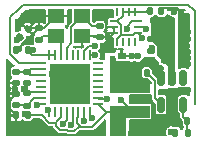
<source format=gbr>
%TF.GenerationSoftware,KiCad,Pcbnew,6.0.8*%
%TF.CreationDate,2022-11-02T10:42:08+03:00*%
%TF.ProjectId,esplog_hv,6573706c-6f67-45f6-9876-2e6b69636164,rev?*%
%TF.SameCoordinates,Original*%
%TF.FileFunction,Copper,L1,Top*%
%TF.FilePolarity,Positive*%
%FSLAX46Y46*%
G04 Gerber Fmt 4.6, Leading zero omitted, Abs format (unit mm)*
G04 Created by KiCad (PCBNEW 6.0.8) date 2022-11-02 10:42:08*
%MOMM*%
%LPD*%
G01*
G04 APERTURE LIST*
G04 Aperture macros list*
%AMRoundRect*
0 Rectangle with rounded corners*
0 $1 Rounding radius*
0 $2 $3 $4 $5 $6 $7 $8 $9 X,Y pos of 4 corners*
0 Add a 4 corners polygon primitive as box body*
4,1,4,$2,$3,$4,$5,$6,$7,$8,$9,$2,$3,0*
0 Add four circle primitives for the rounded corners*
1,1,$1+$1,$2,$3*
1,1,$1+$1,$4,$5*
1,1,$1+$1,$6,$7*
1,1,$1+$1,$8,$9*
0 Add four rect primitives between the rounded corners*
20,1,$1+$1,$2,$3,$4,$5,0*
20,1,$1+$1,$4,$5,$6,$7,0*
20,1,$1+$1,$6,$7,$8,$9,0*
20,1,$1+$1,$8,$9,$2,$3,0*%
G04 Aperture macros list end*
%TA.AperFunction,SMDPad,CuDef*%
%ADD10RoundRect,0.140000X-0.021213X0.219203X-0.219203X0.021213X0.021213X-0.219203X0.219203X-0.021213X0*%
%TD*%
%TA.AperFunction,SMDPad,CuDef*%
%ADD11RoundRect,0.140000X-0.170000X0.140000X-0.170000X-0.140000X0.170000X-0.140000X0.170000X0.140000X0*%
%TD*%
%TA.AperFunction,SMDPad,CuDef*%
%ADD12RoundRect,0.140000X0.170000X-0.140000X0.170000X0.140000X-0.170000X0.140000X-0.170000X-0.140000X0*%
%TD*%
%TA.AperFunction,SMDPad,CuDef*%
%ADD13RoundRect,0.135000X-0.135000X-0.185000X0.135000X-0.185000X0.135000X0.185000X-0.135000X0.185000X0*%
%TD*%
%TA.AperFunction,SMDPad,CuDef*%
%ADD14RoundRect,0.062500X-0.375000X-0.062500X0.375000X-0.062500X0.375000X0.062500X-0.375000X0.062500X0*%
%TD*%
%TA.AperFunction,SMDPad,CuDef*%
%ADD15RoundRect,0.062500X-0.062500X-0.375000X0.062500X-0.375000X0.062500X0.375000X-0.062500X0.375000X0*%
%TD*%
%TA.AperFunction,SMDPad,CuDef*%
%ADD16R,3.450000X3.450000*%
%TD*%
%TA.AperFunction,SMDPad,CuDef*%
%ADD17RoundRect,0.140000X-0.140000X-0.170000X0.140000X-0.170000X0.140000X0.170000X-0.140000X0.170000X0*%
%TD*%
%TA.AperFunction,SMDPad,CuDef*%
%ADD18RoundRect,0.140000X0.140000X0.170000X-0.140000X0.170000X-0.140000X-0.170000X0.140000X-0.170000X0*%
%TD*%
%TA.AperFunction,SMDPad,CuDef*%
%ADD19R,0.700000X0.600000*%
%TD*%
%TA.AperFunction,SMDPad,CuDef*%
%ADD20RoundRect,0.147500X0.172500X-0.147500X0.172500X0.147500X-0.172500X0.147500X-0.172500X-0.147500X0*%
%TD*%
%TA.AperFunction,SMDPad,CuDef*%
%ADD21RoundRect,0.150000X0.150000X-0.512500X0.150000X0.512500X-0.150000X0.512500X-0.150000X-0.512500X0*%
%TD*%
%TA.AperFunction,SMDPad,CuDef*%
%ADD22RoundRect,0.135000X0.185000X-0.135000X0.185000X0.135000X-0.185000X0.135000X-0.185000X-0.135000X0*%
%TD*%
%TA.AperFunction,SMDPad,CuDef*%
%ADD23RoundRect,0.225000X0.225000X0.250000X-0.225000X0.250000X-0.225000X-0.250000X0.225000X-0.250000X0*%
%TD*%
%TA.AperFunction,SMDPad,CuDef*%
%ADD24R,0.250000X0.675000*%
%TD*%
%TA.AperFunction,SMDPad,CuDef*%
%ADD25R,0.675000X0.250000*%
%TD*%
%TA.AperFunction,SMDPad,CuDef*%
%ADD26R,1.400000X1.200000*%
%TD*%
%TA.AperFunction,SMDPad,CuDef*%
%ADD27RoundRect,0.135000X-0.185000X0.135000X-0.185000X-0.135000X0.185000X-0.135000X0.185000X0.135000X0*%
%TD*%
%TA.AperFunction,SMDPad,CuDef*%
%ADD28R,3.400000X1.000000*%
%TD*%
%TA.AperFunction,ViaPad*%
%ADD29C,0.600000*%
%TD*%
%TA.AperFunction,Conductor*%
%ADD30C,0.200000*%
%TD*%
%TA.AperFunction,Conductor*%
%ADD31C,0.150000*%
%TD*%
G04 APERTURE END LIST*
D10*
%TO.P,C9,1*%
%TO.N,GND*%
X84727422Y-56090178D03*
%TO.P,C9,2*%
%TO.N,Net-(C9-Pad2)*%
X84048600Y-56769000D03*
%TD*%
D11*
%TO.P,C2,1*%
%TO.N,GND*%
X85699600Y-56037600D03*
%TO.P,C2,2*%
%TO.N,Net-(C2-Pad2)*%
X85699600Y-56997600D03*
%TD*%
D12*
%TO.P,C4,1*%
%TO.N,GND*%
X83769200Y-60655200D03*
%TO.P,C4,2*%
%TO.N,Net-(C4-Pad2)*%
X83769200Y-59695200D03*
%TD*%
D13*
%TO.P,R3,1*%
%TO.N,GND*%
X97250600Y-63855600D03*
%TO.P,R3,2*%
%TO.N,/FB*%
X98270600Y-63855600D03*
%TD*%
D14*
%TO.P,U1,1,LNA_IN*%
%TO.N,/ANT*%
X85852900Y-58956000D03*
%TO.P,U1,2,VDD3P3*%
%TO.N,Net-(C4-Pad2)*%
X85852900Y-59456000D03*
%TO.P,U1,3,VDD3P3*%
X85852900Y-59956000D03*
%TO.P,U1,4,XTAL_32K_P/ADC1_CH0*%
%TO.N,unconnected-(U1-Pad4)*%
X85852900Y-60456000D03*
%TO.P,U1,5,XTAL_32K_N/ADC1_CH1*%
%TO.N,unconnected-(U1-Pad5)*%
X85852900Y-60956000D03*
%TO.P,U1,6,GPIO2/ADC1_CH2*%
%TO.N,+3V3*%
X85852900Y-61456000D03*
%TO.P,U1,7,CHIP_EN*%
%TO.N,/CHIP_EN*%
X85852900Y-61956000D03*
%TO.P,U1,8,GPIO3/ADC1_CH3*%
%TO.N,/GP3*%
X85852900Y-62456000D03*
D15*
%TO.P,U1,9,MTMS/GPIO4/ADC1_CH4*%
%TO.N,/GP4*%
X86540400Y-63143500D03*
%TO.P,U1,10,MTDI/GPIO5/ADC2_CH0*%
%TO.N,unconnected-(U1-Pad10)*%
X87040400Y-63143500D03*
%TO.P,U1,11,VDD3P3_RTC*%
%TO.N,+3V3*%
X87540400Y-63143500D03*
%TO.P,U1,12,MTCK/GPIO6*%
%TO.N,/SDA*%
X88040400Y-63143500D03*
%TO.P,U1,13,MTDO/GPIO7*%
%TO.N,/SCL*%
X88540400Y-63143500D03*
%TO.P,U1,14,GPIO8*%
%TO.N,+3V3*%
X89040400Y-63143500D03*
%TO.P,U1,15,GPIO9/BOOT*%
%TO.N,Net-(TP8-Pad1)*%
X89540400Y-63143500D03*
%TO.P,U1,16,GPIO10*%
%TO.N,/LED*%
X90040400Y-63143500D03*
D14*
%TO.P,U1,17,VDD3P3_CPU*%
%TO.N,+3V3*%
X90727900Y-62456000D03*
%TO.P,U1,18,VDD_SPI/GPIO11*%
%TO.N,Net-(C9-Pad2)*%
X90727900Y-61956000D03*
%TO.P,U1,19,SPIHD/GPIO12*%
%TO.N,unconnected-(U1-Pad19)*%
X90727900Y-61456000D03*
%TO.P,U1,20,SPIWP/GPIO13*%
%TO.N,unconnected-(U1-Pad20)*%
X90727900Y-60956000D03*
%TO.P,U1,21,SPICS0/GPIO14*%
%TO.N,unconnected-(U1-Pad21)*%
X90727900Y-60456000D03*
%TO.P,U1,22,SPICLK/GPIO15*%
%TO.N,unconnected-(U1-Pad22)*%
X90727900Y-59956000D03*
%TO.P,U1,23,SPID/GPIO16*%
%TO.N,unconnected-(U1-Pad23)*%
X90727900Y-59456000D03*
%TO.P,U1,24,SPIQ/GPIO17*%
%TO.N,unconnected-(U1-Pad24)*%
X90727900Y-58956000D03*
D15*
%TO.P,U1,25,GPIO18/USB_D-*%
%TO.N,/D-*%
X90040400Y-58268500D03*
%TO.P,U1,26,GPIO19/USB_D+*%
%TO.N,/D+*%
X89540400Y-58268500D03*
%TO.P,U1,27,U0RXD/GPIO20*%
%TO.N,unconnected-(U1-Pad27)*%
X89040400Y-58268500D03*
%TO.P,U1,28,U0TXD/GPIO21*%
%TO.N,unconnected-(U1-Pad28)*%
X88540400Y-58268500D03*
%TO.P,U1,29,XTAL_N*%
%TO.N,Net-(C1-Pad2)*%
X88040400Y-58268500D03*
%TO.P,U1,30,XTAL_P*%
%TO.N,Net-(C2-Pad2)*%
X87540400Y-58268500D03*
%TO.P,U1,31,VDDA*%
%TO.N,+3V3*%
X87040400Y-58268500D03*
%TO.P,U1,32,VDDA*%
X86540400Y-58268500D03*
D16*
%TO.P,U1,33,GND*%
%TO.N,GND*%
X88290400Y-60706000D03*
%TD*%
D17*
%TO.P,C8,1*%
%TO.N,GND*%
X83774400Y-57861200D03*
%TO.P,C8,2*%
%TO.N,+3V3*%
X84734400Y-57861200D03*
%TD*%
%TO.P,C6,1*%
%TO.N,GND*%
X83774400Y-63398400D03*
%TO.P,C6,2*%
%TO.N,+3V3*%
X84734400Y-63398400D03*
%TD*%
D18*
%TO.P,C12,1*%
%TO.N,GND*%
X96032200Y-54584600D03*
%TO.P,C12,2*%
%TO.N,+3V3*%
X95072200Y-54584600D03*
%TD*%
D13*
%TO.P,R2,1*%
%TO.N,+3V3*%
X97252600Y-64846200D03*
%TO.P,R2,2*%
%TO.N,/FB*%
X98272600Y-64846200D03*
%TD*%
D19*
%TO.P,D1,1,K*%
%TO.N,Net-(C10-Pad2)*%
X92684600Y-59780400D03*
%TO.P,D1,2,A*%
%TO.N,GND*%
X92684600Y-58380400D03*
%TD*%
D20*
%TO.P,L1,1,1*%
%TO.N,+3V3*%
X84709000Y-60684000D03*
%TO.P,L1,2,2*%
%TO.N,Net-(C4-Pad2)*%
X84709000Y-59714000D03*
%TD*%
D21*
%TO.P,IC1,1,BST*%
%TO.N,Net-(C10-Pad1)*%
X96027800Y-62478500D03*
%TO.P,IC1,2,GND*%
%TO.N,GND*%
X96977800Y-62478500D03*
%TO.P,IC1,3,FB*%
%TO.N,/FB*%
X97927800Y-62478500D03*
%TO.P,IC1,4,EN*%
%TO.N,Net-(IC1-Pad4)*%
X97927800Y-60203500D03*
%TO.P,IC1,5,IN*%
%TO.N,VCC*%
X96977800Y-60203500D03*
%TO.P,IC1,6,SW*%
%TO.N,Net-(C10-Pad2)*%
X96027800Y-60203500D03*
%TD*%
D22*
%TO.P,R4,1*%
%TO.N,Net-(IC1-Pad4)*%
X95222600Y-57937400D03*
%TO.P,R4,2*%
%TO.N,VCC*%
X95222600Y-56917400D03*
%TD*%
D12*
%TO.P,C1,1*%
%TO.N,GND*%
X90830400Y-56763800D03*
%TO.P,C1,2*%
%TO.N,Net-(C1-Pad2)*%
X90830400Y-55803800D03*
%TD*%
D23*
%TO.P,C7,1*%
%TO.N,GND*%
X93901800Y-64541400D03*
%TO.P,C7,2*%
%TO.N,+3V3*%
X92351800Y-64541400D03*
%TD*%
%TO.P,C11,1*%
%TO.N,GND*%
X97969000Y-55600600D03*
%TO.P,C11,2*%
%TO.N,VCC*%
X96419000Y-55600600D03*
%TD*%
D24*
%TO.P,U2,1,SDO*%
%TO.N,+3V3*%
X93787950Y-54676300D03*
%TO.P,U2,2,ASDx*%
X93287950Y-54676300D03*
%TO.P,U2,3,ASCx*%
X92787950Y-54676300D03*
%TO.P,U2,4,INT1*%
%TO.N,unconnected-(U2-Pad4)*%
X92287950Y-54676300D03*
D25*
%TO.P,U2,5,VDDIO*%
%TO.N,+3V3*%
X92025450Y-55438800D03*
%TO.P,U2,6,GNDIO*%
%TO.N,GND*%
X92025450Y-55938800D03*
%TO.P,U2,7,GND*%
X92025450Y-56438800D03*
D24*
%TO.P,U2,8,VDD*%
%TO.N,+3V3*%
X92287950Y-57201300D03*
%TO.P,U2,9,INT2*%
%TO.N,unconnected-(U2-Pad9)*%
X92787950Y-57201300D03*
%TO.P,U2,10,OCSB*%
%TO.N,unconnected-(U2-Pad10)*%
X93287950Y-57201300D03*
%TO.P,U2,11,OSDO*%
%TO.N,unconnected-(U2-Pad11)*%
X93787950Y-57201300D03*
D25*
%TO.P,U2,12,CSB*%
%TO.N,+3V3*%
X94050450Y-56438800D03*
%TO.P,U2,13,SCx*%
%TO.N,/SCL*%
X94050450Y-55938800D03*
%TO.P,U2,14,SDx*%
%TO.N,/SDA*%
X94050450Y-55438800D03*
%TD*%
D23*
%TO.P,C14,1*%
%TO.N,GND*%
X97969000Y-57073800D03*
%TO.P,C14,2*%
%TO.N,VCC*%
X96419000Y-57073800D03*
%TD*%
D26*
%TO.P,Y1,1,1*%
%TO.N,Net-(C1-Pad2)*%
X89365000Y-54979200D03*
%TO.P,Y1,2,2*%
%TO.N,GND*%
X87165000Y-54979200D03*
%TO.P,Y1,3,3*%
%TO.N,Net-(C2-Pad2)*%
X87165000Y-56679200D03*
%TO.P,Y1,4,4*%
%TO.N,GND*%
X89365000Y-56679200D03*
%TD*%
D23*
%TO.P,C13,1*%
%TO.N,GND*%
X97969000Y-58547000D03*
%TO.P,C13,2*%
%TO.N,VCC*%
X96419000Y-58547000D03*
%TD*%
D11*
%TO.P,C3,1*%
%TO.N,GND*%
X83769200Y-61552000D03*
%TO.P,C3,2*%
%TO.N,/CHIP_EN*%
X83769200Y-62512000D03*
%TD*%
D27*
%TO.P,R1,1*%
%TO.N,+3V3*%
X84709000Y-61540800D03*
%TO.P,R1,2*%
%TO.N,/CHIP_EN*%
X84709000Y-62560800D03*
%TD*%
D28*
%TO.P,L2,1,1*%
%TO.N,Net-(C10-Pad2)*%
X93371000Y-60968200D03*
%TO.P,L2,2,2*%
%TO.N,+3V3*%
X93371000Y-63068200D03*
%TD*%
D18*
%TO.P,C10,1*%
%TO.N,Net-(C10-Pad1)*%
X94811000Y-59766200D03*
%TO.P,C10,2*%
%TO.N,Net-(C10-Pad2)*%
X93851000Y-59766200D03*
%TD*%
D29*
%TO.N,Net-(TP8-Pad1)*%
X89469856Y-63838677D03*
%TO.N,GND*%
X98323400Y-61264800D03*
X94792800Y-62026800D03*
X84251800Y-64643000D03*
X94234000Y-62026800D03*
X84029900Y-57741829D03*
X98298000Y-56921400D03*
X87165000Y-54979200D03*
X84785200Y-64643000D03*
X94081600Y-58394600D03*
X91536400Y-56763800D03*
X85318600Y-64643000D03*
X83947000Y-55473600D03*
X83642200Y-61137800D03*
X93548200Y-58394600D03*
X84404200Y-54991000D03*
X98323400Y-58521600D03*
X98298000Y-58013600D03*
X86826200Y-59852200D03*
X97104200Y-54610000D03*
X98298000Y-56337200D03*
X98221800Y-57480200D03*
X89255600Y-56946800D03*
X97713800Y-54610000D03*
X98323400Y-59080400D03*
X89418050Y-61833650D03*
X85090000Y-54838600D03*
X85877400Y-64643000D03*
X93700600Y-62001400D03*
%TO.N,+3V3*%
X92633800Y-62103000D03*
X84431912Y-61136507D03*
X94409149Y-56842549D03*
X85217000Y-57886600D03*
X92733400Y-64566800D03*
X96875600Y-64770000D03*
X84478900Y-63253480D03*
%TO.N,Net-(C9-Pad2)*%
X91414600Y-61976000D03*
X83820000Y-57048400D03*
%TO.N,/D-*%
X90424000Y-58293000D03*
%TO.N,/D+*%
X90415046Y-57519344D03*
%TO.N,/SCL*%
X94739525Y-56075900D03*
X88442224Y-64206014D03*
%TO.N,/SDA*%
X87706200Y-64084200D03*
X93109650Y-56117100D03*
%TO.N,/LED*%
X90170000Y-63652400D03*
%TO.N,VCC*%
X95834200Y-55372000D03*
X95834200Y-55880000D03*
%TO.N,/GP3*%
X85501228Y-62510328D03*
%TO.N,/GP4*%
X86490900Y-62928379D03*
%TO.N,Net-(IC1-Pad4)*%
X95224600Y-57658000D03*
X97927800Y-60203500D03*
%TD*%
D30*
%TO.N,Net-(TP8-Pad1)*%
X89540400Y-63768133D02*
X89469856Y-63838677D01*
X89540400Y-63143500D02*
X89540400Y-63768133D01*
%TO.N,Net-(C4-Pad2)*%
X84951000Y-59956000D02*
X84709000Y-59714000D01*
X84967000Y-59456000D02*
X84709000Y-59714000D01*
X85852900Y-59456000D02*
X84967000Y-59456000D01*
X83769200Y-59695200D02*
X84690200Y-59695200D01*
X85852900Y-59956000D02*
X84951000Y-59956000D01*
X84690200Y-59695200D02*
X84709000Y-59714000D01*
%TO.N,GND*%
X83769200Y-61010800D02*
X83642200Y-61137800D01*
X83769200Y-60655200D02*
X83769200Y-61010800D01*
X90830400Y-56763800D02*
X91536400Y-56763800D01*
X83774400Y-57861200D02*
X83876000Y-57861200D01*
X89365000Y-56679200D02*
X90745800Y-56679200D01*
X83876000Y-57861200D02*
X85699600Y-56037600D01*
X86106600Y-56037600D02*
X87165000Y-54979200D01*
X83774400Y-63398400D02*
X83234200Y-62858200D01*
X91700450Y-56763800D02*
X92025450Y-56438800D01*
X83234200Y-62858200D02*
X83234200Y-62087000D01*
X97969000Y-57073800D02*
X97969000Y-58547000D01*
D31*
X92684600Y-58380400D02*
X93534000Y-58380400D01*
X98044000Y-54940200D02*
X98044000Y-55525600D01*
D30*
X92025450Y-56438800D02*
X92025450Y-55938800D01*
X97969000Y-55600600D02*
X97969000Y-56336000D01*
D31*
X98044000Y-55525600D02*
X97969000Y-55600600D01*
D30*
X89365000Y-56679200D02*
X89365000Y-56837400D01*
D31*
X97459800Y-54356000D02*
X98044000Y-54940200D01*
D30*
X83234200Y-62087000D02*
X83769200Y-61552000D01*
D31*
X96037400Y-54330600D02*
X96901000Y-54330600D01*
D30*
X96977800Y-63582800D02*
X97250600Y-63855600D01*
X84780000Y-56037600D02*
X84727422Y-56090178D01*
X89365000Y-56837400D02*
X89255600Y-56946800D01*
D31*
X93472000Y-58369200D02*
X93929200Y-58369200D01*
D30*
X83769200Y-61552000D02*
X83769200Y-60655200D01*
D31*
X93534000Y-58380400D02*
X93548200Y-58394600D01*
D30*
X85699600Y-56037600D02*
X84780000Y-56037600D01*
X94587600Y-63855600D02*
X93901800Y-64541400D01*
X90745800Y-56679200D02*
X90830400Y-56763800D01*
X96977800Y-62478500D02*
X96977800Y-63582800D01*
X85699600Y-56037600D02*
X86106600Y-56037600D01*
D31*
X97434400Y-54330600D02*
X97459800Y-54356000D01*
D30*
X97969000Y-56336000D02*
X97969000Y-57073800D01*
D31*
X96901000Y-54330600D02*
X97434400Y-54330600D01*
D30*
X91536400Y-56763800D02*
X91700450Y-56763800D01*
X97250600Y-63855600D02*
X94587600Y-63855600D01*
D31*
%TO.N,+3V3*%
X87540400Y-63143500D02*
X87540400Y-63542893D01*
D30*
X88944856Y-64056140D02*
X88944856Y-63621214D01*
X94409149Y-56797499D02*
X94050450Y-56438800D01*
D31*
X93787950Y-54676300D02*
X94731700Y-54676300D01*
D30*
X97252600Y-64846200D02*
X96949800Y-64846200D01*
X93371000Y-62840200D02*
X92633800Y-62103000D01*
X89252393Y-64363677D02*
X88944856Y-64056140D01*
X93371000Y-63068200D02*
X93371000Y-62840200D01*
X91340100Y-63224763D02*
X90201186Y-64363677D01*
X88175473Y-64681726D02*
X88111347Y-64617600D01*
X91340100Y-63068200D02*
X91340100Y-63224763D01*
D31*
X94731700Y-54676300D02*
X95077400Y-54330600D01*
X93287950Y-54676300D02*
X93787950Y-54676300D01*
D30*
X87497137Y-64617600D02*
X87147400Y-64267863D01*
X85852900Y-61456000D02*
X84793800Y-61456000D01*
D31*
X92287950Y-56938800D02*
X92610150Y-56616600D01*
D30*
X89252393Y-64363677D02*
X89052323Y-64363677D01*
X84734400Y-57861200D02*
X85191600Y-57861200D01*
X85951214Y-63398400D02*
X86560814Y-64008000D01*
X85191600Y-57861200D02*
X85217000Y-57886600D01*
X92351800Y-64541400D02*
X92351800Y-64087400D01*
X88224761Y-64731014D02*
X88175473Y-64681726D01*
X84734400Y-63398400D02*
X85951214Y-63398400D01*
X84793800Y-61456000D02*
X84709000Y-61540800D01*
X92708000Y-64541400D02*
X92733400Y-64566800D01*
X90727900Y-62456000D02*
X91340100Y-63068200D01*
X92351800Y-64541400D02*
X92708000Y-64541400D01*
D31*
X87540400Y-63542893D02*
X87253093Y-63830200D01*
X93675200Y-56616600D02*
X93853000Y-56438800D01*
D30*
X85141700Y-58268500D02*
X84734400Y-57861200D01*
X91340100Y-63068200D02*
X93371000Y-63068200D01*
D31*
X93853000Y-56438800D02*
X94050450Y-56438800D01*
D30*
X87040400Y-58268500D02*
X86540400Y-58268500D01*
D31*
X92610150Y-55703950D02*
X92610150Y-56616600D01*
D30*
X88111347Y-64617600D02*
X87503000Y-64617600D01*
X86540400Y-58268500D02*
X85141700Y-58268500D01*
D31*
X92345000Y-55438800D02*
X92610150Y-55703950D01*
D30*
X86560814Y-64008000D02*
X87147400Y-64008000D01*
X87147400Y-64267863D02*
X87147400Y-64008000D01*
D31*
X92025450Y-55438800D02*
X92345000Y-55438800D01*
D30*
X90201186Y-64363677D02*
X89252393Y-64363677D01*
X89040400Y-63525670D02*
X89040400Y-63143500D01*
X88944856Y-63621214D02*
X89040400Y-63525670D01*
X87147400Y-64008000D02*
X87147400Y-63931800D01*
X84709000Y-61540800D02*
X84709000Y-60684000D01*
D31*
X92610150Y-56616600D02*
X93675200Y-56616600D01*
D30*
X94409149Y-56842549D02*
X94409149Y-56797499D01*
X92351800Y-64087400D02*
X93371000Y-63068200D01*
X88696800Y-64719200D02*
X88684986Y-64731014D01*
D31*
X92787950Y-54963850D02*
X92787950Y-54676300D01*
X92025450Y-55438800D02*
X92313000Y-55438800D01*
D30*
X88684986Y-64731014D02*
X88224761Y-64731014D01*
X87503000Y-64617600D02*
X87497137Y-64617600D01*
D31*
X92313000Y-55438800D02*
X92787950Y-54963850D01*
X92787950Y-54676300D02*
X93287950Y-54676300D01*
D30*
X89052323Y-64363677D02*
X88696800Y-64719200D01*
D31*
X92287950Y-57201300D02*
X92287950Y-56938800D01*
D30*
%TO.N,Net-(C9-Pad2)*%
X90747900Y-61976000D02*
X90727900Y-61956000D01*
X84048600Y-56769000D02*
X84048600Y-56819800D01*
X91414600Y-61976000D02*
X90747900Y-61976000D01*
X84048600Y-56819800D02*
X83820000Y-57048400D01*
%TO.N,/CHIP_EN*%
X85313800Y-61956000D02*
X84709000Y-62560800D01*
X83769200Y-62512000D02*
X84660200Y-62512000D01*
X84660200Y-62512000D02*
X84709000Y-62560800D01*
X85852900Y-61956000D02*
X85313800Y-61956000D01*
%TO.N,Net-(C1-Pad2)*%
X88040400Y-57704800D02*
X88040400Y-58268500D01*
X90830400Y-55803800D02*
X90189600Y-55803800D01*
X90189600Y-55803800D02*
X89365000Y-54979200D01*
X89365000Y-54979200D02*
X88440000Y-55904200D01*
X88440000Y-57305200D02*
X88040400Y-57704800D01*
X88440000Y-55904200D02*
X88440000Y-57305200D01*
%TO.N,/ANT*%
X98887800Y-55854600D02*
X98887800Y-60827400D01*
X98887800Y-60827400D02*
X98882200Y-60833000D01*
X98806000Y-54508400D02*
X98887800Y-54590200D01*
X84328000Y-54025800D02*
X91490800Y-54025800D01*
X91490800Y-54025800D02*
X96266000Y-54025800D01*
X85852900Y-58956000D02*
X84043012Y-58956000D01*
X83269400Y-58182388D02*
X83269400Y-55084400D01*
X96266000Y-54025800D02*
X98323400Y-54025800D01*
X98887800Y-54590200D02*
X98887800Y-55854600D01*
X84043012Y-58956000D02*
X83269400Y-58182388D01*
X98882200Y-60833000D02*
X98887800Y-60838600D01*
X98887800Y-61595000D02*
X98887800Y-62433200D01*
X98323400Y-54025800D02*
X98806000Y-54508400D01*
X98887800Y-60838600D02*
X98887800Y-61595000D01*
X83269400Y-55084400D02*
X83997800Y-54356000D01*
X83997800Y-54356000D02*
X84328000Y-54025800D01*
%TO.N,/D-*%
X90040400Y-58268500D02*
X90399500Y-58268500D01*
X90399500Y-58268500D02*
X90424000Y-58293000D01*
%TO.N,/D+*%
X89540400Y-58268500D02*
X89540400Y-57924414D01*
X89945470Y-57519344D02*
X90415046Y-57519344D01*
X89540400Y-57924414D02*
X89945470Y-57519344D01*
D31*
%TO.N,/SCL*%
X88540400Y-64107838D02*
X88442224Y-64206014D01*
X94602425Y-55938800D02*
X94739525Y-56075900D01*
X94050450Y-55938800D02*
X94602425Y-55938800D01*
X88540400Y-63143500D02*
X88540400Y-64107838D01*
%TO.N,/SDA*%
X93109650Y-55912150D02*
X93583000Y-55438800D01*
X93109650Y-56117100D02*
X93109650Y-55912150D01*
X88040400Y-63143500D02*
X88040400Y-63750000D01*
X93583000Y-55438800D02*
X94050450Y-55438800D01*
X88040400Y-63750000D02*
X87706200Y-64084200D01*
D30*
%TO.N,Net-(C2-Pad2)*%
X87540400Y-57054600D02*
X87540400Y-58268500D01*
X87165000Y-56679200D02*
X86018000Y-56679200D01*
X86018000Y-56679200D02*
X85699600Y-56997600D01*
X87165000Y-56679200D02*
X87540400Y-57054600D01*
%TO.N,Net-(C10-Pad1)*%
X95502800Y-60458000D02*
X94811000Y-59766200D01*
X95502800Y-61953500D02*
X95502800Y-60458000D01*
X96027800Y-62478500D02*
X95502800Y-61953500D01*
%TO.N,Net-(C10-Pad2)*%
X96027800Y-60156812D02*
X95102188Y-59231200D01*
X95102188Y-59231200D02*
X94386000Y-59231200D01*
X96027800Y-60203500D02*
X96027800Y-60156812D01*
X92631800Y-60229000D02*
X93371000Y-60968200D01*
X93851000Y-59766200D02*
X92705000Y-59766200D01*
X92631800Y-59693000D02*
X92631800Y-60229000D01*
X94386000Y-59231200D02*
X93851000Y-59766200D01*
X92705000Y-59766200D02*
X92631800Y-59693000D01*
%TO.N,/FB*%
X97927800Y-63512800D02*
X98270600Y-63855600D01*
X97927800Y-62478500D02*
X97927800Y-63512800D01*
X98270600Y-63855600D02*
X98270600Y-64844200D01*
X98270600Y-64844200D02*
X98272600Y-64846200D01*
%TO.N,VCC*%
X96113600Y-55600600D02*
X95834200Y-55880000D01*
X96419000Y-55600600D02*
X96113600Y-55600600D01*
X96419000Y-55600600D02*
X96062800Y-55600600D01*
X96977800Y-59105800D02*
X96977800Y-60203500D01*
X96419000Y-55600600D02*
X96419000Y-57073800D01*
X96419000Y-58547000D02*
X96977800Y-59105800D01*
X96419000Y-58547000D02*
X96419000Y-57073800D01*
X96062800Y-55600600D02*
X95834200Y-55372000D01*
%TO.N,/GP3*%
X85555556Y-62456000D02*
X85501228Y-62510328D01*
X85852900Y-62456000D02*
X85555556Y-62456000D01*
%TO.N,/GP4*%
X86540400Y-63143500D02*
X86540400Y-62977879D01*
X86540400Y-62977879D02*
X86490900Y-62928379D01*
%TO.N,Net-(IC1-Pad4)*%
X95222600Y-57937400D02*
X95222600Y-57660000D01*
X95222600Y-57660000D02*
X95224600Y-57658000D01*
%TD*%
%TA.AperFunction,Conductor*%
%TO.N,GND*%
G36*
X83067425Y-58597013D02*
G01*
X83616533Y-59092549D01*
X83647066Y-59145572D01*
X83640602Y-59206414D01*
X83599610Y-59251838D01*
X83556635Y-59264700D01*
X83556042Y-59264700D01*
X83553135Y-59265046D01*
X83553133Y-59265046D01*
X83538087Y-59266836D01*
X83538085Y-59266837D01*
X83530711Y-59267714D01*
X83431809Y-59311644D01*
X83425354Y-59318110D01*
X83425353Y-59318111D01*
X83361808Y-59381767D01*
X83361807Y-59381769D01*
X83355353Y-59388234D01*
X83351659Y-59396589D01*
X83351658Y-59396591D01*
X83337227Y-59429234D01*
X83311595Y-59487213D01*
X83308700Y-59512042D01*
X83308700Y-59878358D01*
X83311714Y-59903689D01*
X83355644Y-60002591D01*
X83427223Y-60074045D01*
X83455047Y-60128535D01*
X83445529Y-60188975D01*
X83414062Y-60225206D01*
X83395051Y-60238517D01*
X83322515Y-60311053D01*
X83312731Y-60325026D01*
X83268922Y-60418975D01*
X83264730Y-60433357D01*
X83259623Y-60472147D01*
X83259200Y-60478601D01*
X83259200Y-60539520D01*
X83263322Y-60552205D01*
X83267443Y-60555200D01*
X83770200Y-60555200D01*
X83828391Y-60574107D01*
X83864355Y-60623607D01*
X83869200Y-60654200D01*
X83869200Y-61553000D01*
X83850293Y-61611191D01*
X83800793Y-61647155D01*
X83770200Y-61652000D01*
X83274880Y-61652000D01*
X83262195Y-61656122D01*
X83259200Y-61660243D01*
X83259200Y-61728599D01*
X83259623Y-61735053D01*
X83264730Y-61773843D01*
X83268922Y-61788225D01*
X83312731Y-61882174D01*
X83322515Y-61896147D01*
X83395050Y-61968682D01*
X83413992Y-61981944D01*
X83450816Y-62030808D01*
X83451886Y-62091984D01*
X83427276Y-62132985D01*
X83361808Y-62198567D01*
X83361807Y-62198569D01*
X83355353Y-62205034D01*
X83351659Y-62213389D01*
X83351658Y-62213391D01*
X83339923Y-62239935D01*
X83311595Y-62304013D01*
X83308700Y-62328842D01*
X83308700Y-62695158D01*
X83311714Y-62720489D01*
X83355644Y-62819391D01*
X83377818Y-62841526D01*
X83389075Y-62852764D01*
X83416900Y-62907256D01*
X83407381Y-62967696D01*
X83389136Y-62992832D01*
X83357715Y-63024253D01*
X83347931Y-63038226D01*
X83304122Y-63132175D01*
X83299930Y-63146557D01*
X83294823Y-63185347D01*
X83294400Y-63191801D01*
X83294400Y-63282720D01*
X83298522Y-63295405D01*
X83302643Y-63298400D01*
X83775400Y-63298400D01*
X83833591Y-63317307D01*
X83869555Y-63366807D01*
X83874400Y-63397400D01*
X83874400Y-63892720D01*
X83878522Y-63905405D01*
X83882643Y-63908400D01*
X83950999Y-63908400D01*
X83957453Y-63907977D01*
X83996243Y-63902870D01*
X84010625Y-63898678D01*
X84104574Y-63854869D01*
X84118547Y-63845085D01*
X84191082Y-63772550D01*
X84204344Y-63753608D01*
X84253208Y-63716784D01*
X84314384Y-63715714D01*
X84355385Y-63740324D01*
X84420967Y-63805792D01*
X84420969Y-63805793D01*
X84427434Y-63812247D01*
X84435789Y-63815941D01*
X84435791Y-63815942D01*
X84455430Y-63824624D01*
X84526413Y-63856005D01*
X84551242Y-63858900D01*
X84917558Y-63858900D01*
X84920463Y-63858554D01*
X84920469Y-63858554D01*
X84935513Y-63856764D01*
X84935515Y-63856763D01*
X84942889Y-63855886D01*
X85041791Y-63811956D01*
X85048247Y-63805489D01*
X85111792Y-63741833D01*
X85111793Y-63741831D01*
X85118247Y-63735366D01*
X85124903Y-63720312D01*
X85130403Y-63707870D01*
X85171225Y-63662293D01*
X85220949Y-63648900D01*
X85806446Y-63648900D01*
X85864637Y-63667807D01*
X85876450Y-63677897D01*
X86359343Y-64160791D01*
X86371655Y-64175793D01*
X86380213Y-64188601D01*
X86401130Y-64202577D01*
X86401131Y-64202578D01*
X86463074Y-64243966D01*
X86560814Y-64263409D01*
X86570376Y-64261507D01*
X86570382Y-64261507D01*
X86575930Y-64260403D01*
X86595245Y-64258500D01*
X86808882Y-64258500D01*
X86867073Y-64277407D01*
X86903037Y-64326907D01*
X86905980Y-64338185D01*
X86911434Y-64365604D01*
X86916853Y-64373714D01*
X86922145Y-64381634D01*
X86949008Y-64421837D01*
X86966799Y-64448464D01*
X86974908Y-64453882D01*
X86974909Y-64453883D01*
X86979613Y-64457026D01*
X86994616Y-64469339D01*
X87295665Y-64770389D01*
X87307975Y-64785388D01*
X87316536Y-64798201D01*
X87337453Y-64812177D01*
X87337454Y-64812178D01*
X87399397Y-64853566D01*
X87497137Y-64873009D01*
X87506699Y-64871107D01*
X87506705Y-64871107D01*
X87512253Y-64870003D01*
X87531568Y-64868100D01*
X87962328Y-64868100D01*
X88020519Y-64887007D01*
X88032332Y-64897096D01*
X88038741Y-64903505D01*
X88044160Y-64911615D01*
X88065077Y-64925591D01*
X88065078Y-64925592D01*
X88127021Y-64966980D01*
X88136587Y-64968883D01*
X88211590Y-64983803D01*
X88223143Y-64990273D01*
X88237933Y-64983803D01*
X88239873Y-64983417D01*
X88259192Y-64981514D01*
X88650560Y-64981514D01*
X88669879Y-64983417D01*
X88671819Y-64983803D01*
X88683368Y-64990271D01*
X88698158Y-64983802D01*
X88773162Y-64968883D01*
X88773164Y-64968882D01*
X88782727Y-64966980D01*
X88790838Y-64961561D01*
X88790839Y-64961560D01*
X88820200Y-64941942D01*
X88857475Y-64917036D01*
X88857478Y-64917033D01*
X88865587Y-64911615D01*
X88874146Y-64898805D01*
X88886456Y-64883805D01*
X88891378Y-64878883D01*
X88891380Y-64878880D01*
X89127087Y-64643173D01*
X89181604Y-64615396D01*
X89197091Y-64614177D01*
X89217967Y-64614177D01*
X89237281Y-64616079D01*
X89252393Y-64619085D01*
X89267505Y-64616079D01*
X89286819Y-64614177D01*
X90166760Y-64614177D01*
X90186074Y-64616079D01*
X90201186Y-64619085D01*
X90210748Y-64617183D01*
X90289362Y-64601546D01*
X90289364Y-64601545D01*
X90298927Y-64599643D01*
X90331437Y-64577920D01*
X90381787Y-64544278D01*
X90390347Y-64531467D01*
X90402659Y-64516464D01*
X91164153Y-63754971D01*
X91218670Y-63727194D01*
X91279102Y-63736765D01*
X91322367Y-63780030D01*
X91333156Y-63824624D01*
X91333452Y-63907977D01*
X91337266Y-64983417D01*
X91337610Y-65080549D01*
X91318910Y-65138806D01*
X91269537Y-65174946D01*
X91238611Y-65179900D01*
X88717472Y-65179900D01*
X88691284Y-65171391D01*
X88652500Y-65179900D01*
X88257252Y-65179900D01*
X88231062Y-65171390D01*
X88192275Y-65179900D01*
X83001100Y-65179900D01*
X82942909Y-65160993D01*
X82906945Y-65111493D01*
X82902100Y-65080900D01*
X82902100Y-63604999D01*
X83294400Y-63604999D01*
X83294823Y-63611453D01*
X83299930Y-63650243D01*
X83304122Y-63664625D01*
X83347931Y-63758574D01*
X83357715Y-63772547D01*
X83430253Y-63845085D01*
X83444226Y-63854869D01*
X83538175Y-63898678D01*
X83552557Y-63902870D01*
X83591347Y-63907977D01*
X83597801Y-63908400D01*
X83658720Y-63908400D01*
X83671405Y-63904278D01*
X83674400Y-63900157D01*
X83674400Y-63514080D01*
X83670278Y-63501395D01*
X83666157Y-63498400D01*
X83310080Y-63498400D01*
X83297395Y-63502522D01*
X83294400Y-63506643D01*
X83294400Y-63604999D01*
X82902100Y-63604999D01*
X82902100Y-61436320D01*
X83259200Y-61436320D01*
X83263322Y-61449005D01*
X83267443Y-61452000D01*
X83653520Y-61452000D01*
X83666205Y-61447878D01*
X83669200Y-61443757D01*
X83669200Y-60770880D01*
X83665078Y-60758195D01*
X83660957Y-60755200D01*
X83274880Y-60755200D01*
X83262195Y-60759322D01*
X83259200Y-60763443D01*
X83259200Y-60831799D01*
X83259623Y-60838253D01*
X83264730Y-60877043D01*
X83268922Y-60891425D01*
X83312731Y-60985374D01*
X83322515Y-60999347D01*
X83356764Y-61033596D01*
X83384541Y-61088113D01*
X83374970Y-61148545D01*
X83356764Y-61173604D01*
X83322515Y-61207853D01*
X83312731Y-61221826D01*
X83268922Y-61315775D01*
X83264730Y-61330157D01*
X83259623Y-61368947D01*
X83259200Y-61375401D01*
X83259200Y-61436320D01*
X82902100Y-61436320D01*
X82902100Y-58670511D01*
X82921007Y-58612320D01*
X82970507Y-58576356D01*
X83031693Y-58576356D01*
X83067425Y-58597013D01*
G37*
%TD.AperFunction*%
%TA.AperFunction,Conductor*%
G36*
X90284270Y-56598107D02*
G01*
X90320231Y-56647600D01*
X90320881Y-56649600D01*
X90320883Y-56676080D01*
X90358671Y-56663800D01*
X91324720Y-56663800D01*
X91337406Y-56659678D01*
X91344590Y-56649790D01*
X91394090Y-56613826D01*
X91455275Y-56613825D01*
X91506998Y-56652978D01*
X91538338Y-56699881D01*
X91551868Y-56713411D01*
X91601808Y-56746779D01*
X91619476Y-56754098D01*
X91663488Y-56762852D01*
X91673110Y-56763800D01*
X91913450Y-56763800D01*
X91971641Y-56782707D01*
X92007605Y-56832207D01*
X92012450Y-56862800D01*
X92012450Y-57553620D01*
X92021183Y-57597522D01*
X92054446Y-57647304D01*
X92062556Y-57652723D01*
X92062582Y-57652740D01*
X92104228Y-57680567D01*
X92113788Y-57682469D01*
X92113789Y-57682469D01*
X92143367Y-57688353D01*
X92143372Y-57688353D01*
X92148130Y-57689300D01*
X92270461Y-57689300D01*
X92328652Y-57708207D01*
X92364616Y-57757707D01*
X92364616Y-57818893D01*
X92328652Y-57868393D01*
X92289775Y-57885398D01*
X92266126Y-57890102D01*
X92248458Y-57897421D01*
X92198518Y-57930789D01*
X92184989Y-57944318D01*
X92151621Y-57994258D01*
X92144302Y-58011926D01*
X92134600Y-58060702D01*
X92132122Y-58060209D01*
X92111448Y-58107402D01*
X92058643Y-58138312D01*
X92037481Y-58140600D01*
X91313000Y-58140600D01*
X91314619Y-58597014D01*
X91314628Y-58599678D01*
X91295928Y-58657935D01*
X91246555Y-58694075D01*
X91188139Y-58694281D01*
X91186009Y-58692858D01*
X91123880Y-58680500D01*
X90894860Y-58680500D01*
X90836669Y-58661593D01*
X90800705Y-58612093D01*
X90800705Y-58550907D01*
X90805766Y-58538334D01*
X90812756Y-58523908D01*
X90857588Y-58431375D01*
X90875962Y-58322162D01*
X90878363Y-58307891D01*
X90878364Y-58307885D01*
X90878997Y-58304120D01*
X90879133Y-58293000D01*
X90860839Y-58165259D01*
X90813300Y-58060702D01*
X90810349Y-58054212D01*
X90810348Y-58054211D01*
X90807428Y-58047788D01*
X90736231Y-57965159D01*
X90712570Y-57908735D01*
X90726594Y-57849179D01*
X90737833Y-57834100D01*
X90750639Y-57819953D01*
X90792368Y-57773851D01*
X90834102Y-57687713D01*
X90845558Y-57664068D01*
X90845558Y-57664067D01*
X90848634Y-57657719D01*
X90865346Y-57558383D01*
X90869409Y-57534235D01*
X90869409Y-57534230D01*
X90870043Y-57530464D01*
X90870179Y-57519344D01*
X90851885Y-57391603D01*
X90848327Y-57383777D01*
X90848183Y-57382507D01*
X90846986Y-57378413D01*
X90847697Y-57378205D01*
X90841452Y-57322981D01*
X90871626Y-57269753D01*
X90927324Y-57244427D01*
X90938448Y-57243800D01*
X91036999Y-57243800D01*
X91043453Y-57243377D01*
X91082243Y-57238270D01*
X91096625Y-57234078D01*
X91190574Y-57190269D01*
X91204547Y-57180485D01*
X91277085Y-57107947D01*
X91286869Y-57093974D01*
X91330678Y-57000025D01*
X91334870Y-56985643D01*
X91339977Y-56946853D01*
X91340400Y-56940399D01*
X91340400Y-56879480D01*
X91336278Y-56866795D01*
X91332157Y-56863800D01*
X90359321Y-56863800D01*
X90301130Y-56844893D01*
X90265169Y-56795400D01*
X90264519Y-56793400D01*
X90264517Y-56766920D01*
X90226729Y-56779200D01*
X89480680Y-56779200D01*
X89467995Y-56783322D01*
X89465000Y-56787443D01*
X89465000Y-57463520D01*
X89469122Y-57476206D01*
X89471042Y-57477601D01*
X89507006Y-57527101D01*
X89507007Y-57588286D01*
X89482856Y-57627698D01*
X89444301Y-57666253D01*
X89412182Y-57687713D01*
X89404352Y-57690956D01*
X89394791Y-57692858D01*
X89371820Y-57708207D01*
X89345401Y-57725859D01*
X89286513Y-57742467D01*
X89235399Y-57725859D01*
X89194116Y-57698275D01*
X89186009Y-57692858D01*
X89123880Y-57680500D01*
X88956920Y-57680500D01*
X88894791Y-57692858D01*
X88886684Y-57698275D01*
X88845401Y-57725859D01*
X88786513Y-57742467D01*
X88735399Y-57725859D01*
X88694116Y-57698275D01*
X88686009Y-57692858D01*
X88634616Y-57682636D01*
X88581233Y-57652740D01*
X88555616Y-57597175D01*
X88567552Y-57537166D01*
X88583923Y-57515538D01*
X88591266Y-57508195D01*
X88645781Y-57480419D01*
X88661268Y-57479200D01*
X89249320Y-57479200D01*
X89262005Y-57475078D01*
X89265000Y-57470957D01*
X89265000Y-56678200D01*
X89283907Y-56620009D01*
X89333407Y-56584045D01*
X89364000Y-56579200D01*
X90226079Y-56579200D01*
X90284270Y-56598107D01*
G37*
%TD.AperFunction*%
%TA.AperFunction,Conductor*%
G36*
X92592951Y-57673032D02*
G01*
X92604228Y-57680567D01*
X92613788Y-57682469D01*
X92613789Y-57682469D01*
X92643367Y-57688353D01*
X92643372Y-57688353D01*
X92648130Y-57689300D01*
X92763364Y-57689300D01*
X92821555Y-57708207D01*
X92857519Y-57757707D01*
X92857519Y-57818893D01*
X92821555Y-57868393D01*
X92793956Y-57882455D01*
X92787594Y-57884522D01*
X92784600Y-57888643D01*
X92784600Y-58140600D01*
X92584600Y-58140600D01*
X92584600Y-57896080D01*
X92580478Y-57883395D01*
X92576357Y-57880400D01*
X92472211Y-57880400D01*
X92414020Y-57861493D01*
X92378056Y-57811993D01*
X92378056Y-57750807D01*
X92414020Y-57701307D01*
X92452896Y-57684302D01*
X92462111Y-57682469D01*
X92462112Y-57682469D01*
X92471672Y-57680567D01*
X92482949Y-57673032D01*
X92541837Y-57656424D01*
X92592951Y-57673032D01*
G37*
%TD.AperFunction*%
%TA.AperFunction,Conductor*%
G36*
X88473237Y-54428836D02*
G01*
X88509480Y-54478132D01*
X88514500Y-54509256D01*
X88514500Y-55434432D01*
X88495593Y-55492623D01*
X88485504Y-55504436D01*
X88287213Y-55702727D01*
X88272210Y-55715039D01*
X88271847Y-55715282D01*
X88259399Y-55723599D01*
X88253980Y-55731709D01*
X88225637Y-55774128D01*
X88215475Y-55789337D01*
X88204034Y-55806459D01*
X88184592Y-55904200D01*
X88186494Y-55913762D01*
X88187598Y-55919312D01*
X88189500Y-55938626D01*
X88189500Y-55968898D01*
X88170593Y-56027089D01*
X88121093Y-56063053D01*
X88059907Y-56063053D01*
X88010407Y-56027089D01*
X88006801Y-56020650D01*
X88006767Y-56020478D01*
X87991472Y-55997587D01*
X87978923Y-55978806D01*
X87973504Y-55970696D01*
X87965394Y-55965277D01*
X87926304Y-55939158D01*
X87888424Y-55891108D01*
X87886022Y-55829969D01*
X87920015Y-55779096D01*
X87943422Y-55765377D01*
X87951143Y-55762179D01*
X88001082Y-55728811D01*
X88014611Y-55715282D01*
X88047979Y-55665342D01*
X88055298Y-55647674D01*
X88064052Y-55603662D01*
X88065000Y-55594040D01*
X88065000Y-55094880D01*
X88060878Y-55082195D01*
X88056757Y-55079200D01*
X86280680Y-55079200D01*
X86267995Y-55083322D01*
X86265000Y-55087443D01*
X86265000Y-55573160D01*
X86246093Y-55631351D01*
X86196593Y-55667315D01*
X86135407Y-55667315D01*
X86095996Y-55643164D01*
X86073747Y-55620915D01*
X86059774Y-55611131D01*
X85965825Y-55567322D01*
X85951443Y-55563130D01*
X85912653Y-55558023D01*
X85906199Y-55557600D01*
X85815280Y-55557600D01*
X85802595Y-55561722D01*
X85799600Y-55565843D01*
X85799600Y-56038600D01*
X85780693Y-56096791D01*
X85731193Y-56132755D01*
X85700600Y-56137600D01*
X85698600Y-56137600D01*
X85640409Y-56118693D01*
X85604445Y-56069193D01*
X85599600Y-56038600D01*
X85599600Y-55573280D01*
X85595478Y-55560595D01*
X85591357Y-55557600D01*
X85493001Y-55557600D01*
X85486547Y-55558023D01*
X85447757Y-55563130D01*
X85433375Y-55567322D01*
X85339426Y-55611131D01*
X85325453Y-55620915D01*
X85252915Y-55693453D01*
X85243131Y-55707426D01*
X85213904Y-55770104D01*
X85172176Y-55814852D01*
X85139667Y-55826046D01*
X85131716Y-55827305D01*
X84879929Y-56079092D01*
X84873875Y-56090975D01*
X84874671Y-56096006D01*
X85147671Y-56369006D01*
X85159554Y-56375061D01*
X85184556Y-56371101D01*
X85244988Y-56380673D01*
X85270046Y-56398878D01*
X85325450Y-56454282D01*
X85344392Y-56467544D01*
X85381216Y-56516408D01*
X85382286Y-56577584D01*
X85357676Y-56618585D01*
X85292208Y-56684167D01*
X85292207Y-56684169D01*
X85285753Y-56690634D01*
X85282059Y-56698989D01*
X85282058Y-56698991D01*
X85271798Y-56722200D01*
X85241995Y-56789613D01*
X85239100Y-56814442D01*
X85239100Y-57180758D01*
X85239446Y-57183663D01*
X85239446Y-57183669D01*
X85240324Y-57191043D01*
X85242114Y-57206089D01*
X85281248Y-57294192D01*
X85282367Y-57296712D01*
X85288710Y-57357568D01*
X85258071Y-57410529D01*
X85202153Y-57435367D01*
X85191287Y-57435898D01*
X85162283Y-57435721D01*
X85155231Y-57435678D01*
X85148455Y-57437615D01*
X85148452Y-57437615D01*
X85104492Y-57450179D01*
X85043345Y-57447990D01*
X85037257Y-57445536D01*
X84968017Y-57414926D01*
X84942387Y-57403595D01*
X84917558Y-57400700D01*
X84551242Y-57400700D01*
X84548337Y-57401046D01*
X84548331Y-57401046D01*
X84533287Y-57402836D01*
X84533285Y-57402837D01*
X84525911Y-57403714D01*
X84427009Y-57447644D01*
X84420554Y-57454110D01*
X84420553Y-57454111D01*
X84411161Y-57463520D01*
X84355555Y-57519223D01*
X84301065Y-57547047D01*
X84240625Y-57537529D01*
X84204394Y-57506062D01*
X84191083Y-57487051D01*
X84173475Y-57469443D01*
X84145698Y-57414926D01*
X84155269Y-57354494D01*
X84170081Y-57333003D01*
X84192590Y-57308135D01*
X84192590Y-57308134D01*
X84197322Y-57302907D01*
X84200567Y-57296210D01*
X84220107Y-57255881D01*
X84243205Y-57225326D01*
X84244710Y-57224135D01*
X84503735Y-56965110D01*
X84519515Y-56945067D01*
X84558387Y-56844070D01*
X84558298Y-56742933D01*
X84577154Y-56684727D01*
X84626622Y-56648719D01*
X84674489Y-56645351D01*
X84697345Y-56649381D01*
X84799927Y-56649381D01*
X84816723Y-56646420D01*
X84914144Y-56610961D01*
X84927266Y-56603762D01*
X84958315Y-56579937D01*
X84963161Y-56575688D01*
X85006250Y-56532599D01*
X85012304Y-56520716D01*
X85011508Y-56515685D01*
X84307173Y-55811350D01*
X84295290Y-55805296D01*
X84290259Y-55806092D01*
X84241912Y-55854439D01*
X84237663Y-55859285D01*
X84213838Y-55890334D01*
X84206639Y-55903456D01*
X84171180Y-56000877D01*
X84168219Y-56017673D01*
X84168219Y-56120257D01*
X84172234Y-56143030D01*
X84163718Y-56203619D01*
X84121214Y-56247632D01*
X84074826Y-56259219D01*
X83973024Y-56259308D01*
X83964503Y-56262604D01*
X83964500Y-56262605D01*
X83879038Y-56295668D01*
X83879037Y-56295669D01*
X83872093Y-56298355D01*
X83866255Y-56302974D01*
X83854734Y-56312089D01*
X83854729Y-56312094D01*
X83852490Y-56313865D01*
X83850468Y-56315887D01*
X83849921Y-56316374D01*
X83793885Y-56340943D01*
X83734110Y-56327882D01*
X83693428Y-56282181D01*
X83685102Y-56241375D01*
X83685178Y-56234300D01*
X83691291Y-55659640D01*
X84442540Y-55659640D01*
X84443336Y-55664671D01*
X84716336Y-55937671D01*
X84728219Y-55943725D01*
X84733250Y-55942929D01*
X84985037Y-55691142D01*
X84991091Y-55679259D01*
X84990295Y-55674228D01*
X84920742Y-55604675D01*
X84915882Y-55600414D01*
X84884840Y-55576594D01*
X84871715Y-55569394D01*
X84774296Y-55533936D01*
X84757500Y-55530975D01*
X84654917Y-55530975D01*
X84638121Y-55533936D01*
X84540700Y-55569395D01*
X84527578Y-55576594D01*
X84496529Y-55600419D01*
X84491683Y-55604668D01*
X84448594Y-55647757D01*
X84442540Y-55659640D01*
X83691291Y-55659640D01*
X83692642Y-55532651D01*
X83713790Y-55472540D01*
X83743733Y-55434431D01*
X84501686Y-54469763D01*
X84552504Y-54435689D01*
X84578971Y-54431930D01*
X85098494Y-54428995D01*
X86165441Y-54422967D01*
X86223737Y-54441545D01*
X86259980Y-54490841D01*
X86265000Y-54521965D01*
X86265000Y-54863520D01*
X86269122Y-54876205D01*
X86273243Y-54879200D01*
X88049320Y-54879200D01*
X88062005Y-54875078D01*
X88065000Y-54870957D01*
X88065000Y-54510677D01*
X88083907Y-54452486D01*
X88133407Y-54416522D01*
X88163441Y-54411679D01*
X88414941Y-54410258D01*
X88473237Y-54428836D01*
G37*
%TD.AperFunction*%
%TA.AperFunction,Conductor*%
G36*
X91971187Y-54409073D02*
G01*
X92007430Y-54458369D01*
X92012450Y-54489493D01*
X92012450Y-55028620D01*
X92013398Y-55033384D01*
X92013398Y-55033387D01*
X92015705Y-55044987D01*
X92008513Y-55105748D01*
X91966979Y-55150678D01*
X91918607Y-55163300D01*
X91673130Y-55163300D01*
X91668372Y-55164247D01*
X91668367Y-55164247D01*
X91638789Y-55170131D01*
X91638788Y-55170131D01*
X91629228Y-55172033D01*
X91579446Y-55205296D01*
X91574027Y-55213406D01*
X91556983Y-55238915D01*
X91546183Y-55255078D01*
X91544281Y-55264638D01*
X91544281Y-55264639D01*
X91538462Y-55293893D01*
X91537450Y-55298980D01*
X91537450Y-55578620D01*
X91538397Y-55583379D01*
X91538397Y-55583382D01*
X91539479Y-55588820D01*
X91544192Y-55612510D01*
X91544844Y-55615790D01*
X91537653Y-55676551D01*
X91530061Y-55690107D01*
X91504971Y-55727656D01*
X91497652Y-55745326D01*
X91488898Y-55789337D01*
X91488423Y-55794158D01*
X91482410Y-55807904D01*
X91484055Y-55811132D01*
X91492072Y-55835805D01*
X91496193Y-55838800D01*
X92026450Y-55838800D01*
X92084641Y-55857707D01*
X92120605Y-55907207D01*
X92125450Y-55937800D01*
X92125450Y-56439800D01*
X92106543Y-56497991D01*
X92057043Y-56533955D01*
X92026450Y-56538800D01*
X91503630Y-56538800D01*
X91481994Y-56545830D01*
X91446975Y-56571272D01*
X91385789Y-56571271D01*
X91336290Y-56535307D01*
X91326659Y-56518957D01*
X91286867Y-56433624D01*
X91277085Y-56419653D01*
X91204550Y-56347118D01*
X91185608Y-56333856D01*
X91177517Y-56323120D01*
X91487950Y-56323120D01*
X91492072Y-56335805D01*
X91496193Y-56338800D01*
X91909770Y-56338800D01*
X91922455Y-56334678D01*
X91925450Y-56330557D01*
X91925450Y-56054480D01*
X91921328Y-56041795D01*
X91917207Y-56038800D01*
X91503630Y-56038800D01*
X91490945Y-56042922D01*
X91487950Y-56047043D01*
X91487950Y-56078640D01*
X91488898Y-56088262D01*
X91497652Y-56132274D01*
X91505373Y-56150914D01*
X91510174Y-56211911D01*
X91505373Y-56226686D01*
X91497652Y-56245326D01*
X91488898Y-56289338D01*
X91487950Y-56298960D01*
X91487950Y-56323120D01*
X91177517Y-56323120D01*
X91148784Y-56284992D01*
X91147714Y-56223816D01*
X91172324Y-56182815D01*
X91237792Y-56117233D01*
X91237793Y-56117231D01*
X91244247Y-56110766D01*
X91250426Y-56096791D01*
X91269210Y-56054300D01*
X91288005Y-56011787D01*
X91290900Y-55986958D01*
X91290900Y-55841724D01*
X91299370Y-55815656D01*
X91290900Y-55784455D01*
X91290900Y-55620642D01*
X91290323Y-55615790D01*
X91288764Y-55602687D01*
X91288763Y-55602685D01*
X91287886Y-55595311D01*
X91243956Y-55496409D01*
X91237489Y-55489953D01*
X91173833Y-55426408D01*
X91173831Y-55426407D01*
X91167366Y-55419953D01*
X91159011Y-55416259D01*
X91159009Y-55416258D01*
X91112662Y-55395769D01*
X91068387Y-55376195D01*
X91043558Y-55373300D01*
X90617242Y-55373300D01*
X90614337Y-55373646D01*
X90614331Y-55373646D01*
X90599287Y-55375436D01*
X90599285Y-55375437D01*
X90591911Y-55376314D01*
X90493009Y-55420244D01*
X90486554Y-55426710D01*
X90486553Y-55426711D01*
X90463387Y-55449918D01*
X90416553Y-55496834D01*
X90412858Y-55505192D01*
X90412109Y-55506286D01*
X90363632Y-55543618D01*
X90302471Y-55545326D01*
X90260419Y-55520358D01*
X90244496Y-55504435D01*
X90216719Y-55449918D01*
X90215500Y-55434431D01*
X90215500Y-54498527D01*
X90234407Y-54440336D01*
X90283907Y-54404372D01*
X90313941Y-54399529D01*
X90702628Y-54397333D01*
X91912892Y-54390495D01*
X91971187Y-54409073D01*
G37*
%TD.AperFunction*%
%TA.AperFunction,Conductor*%
G36*
X98038585Y-54374794D02*
G01*
X98047076Y-54381629D01*
X98073232Y-54405170D01*
X98103836Y-54458151D01*
X98097453Y-54519003D01*
X98056522Y-54564481D01*
X98006405Y-54577753D01*
X97410279Y-54574140D01*
X96610600Y-54569293D01*
X96552525Y-54550034D01*
X96516862Y-54500316D01*
X96512200Y-54470295D01*
X96512200Y-54462952D01*
X96531107Y-54404761D01*
X96580607Y-54368797D01*
X96610637Y-54363955D01*
X97980290Y-54356216D01*
X98038585Y-54374794D01*
G37*
%TD.AperFunction*%
%TD*%
%TA.AperFunction,Conductor*%
%TO.N,GND*%
G36*
X98388575Y-60960147D02*
G01*
X98436705Y-61012339D01*
X98449741Y-61065754D01*
X98460455Y-61617492D01*
X98460478Y-61618696D01*
X98441802Y-61687192D01*
X98389060Y-61734718D01*
X98318995Y-61746184D01*
X98263318Y-61725107D01*
X98258742Y-61721974D01*
X98250513Y-61713759D01*
X98239878Y-61709057D01*
X98239876Y-61709056D01*
X98185228Y-61684897D01*
X98148127Y-61668494D01*
X98122446Y-61665500D01*
X97733154Y-61665500D01*
X97729450Y-61665941D01*
X97729447Y-61665941D01*
X97722054Y-61666821D01*
X97706954Y-61668618D01*
X97604647Y-61714061D01*
X97596428Y-61722294D01*
X97596427Y-61722295D01*
X97572580Y-61746184D01*
X97525559Y-61793287D01*
X97480294Y-61895673D01*
X97477300Y-61921354D01*
X97477300Y-63035646D01*
X97480418Y-63061846D01*
X97525861Y-63164153D01*
X97534094Y-63172372D01*
X97534095Y-63172373D01*
X97596851Y-63235020D01*
X97596853Y-63235021D01*
X97605087Y-63243241D01*
X97615730Y-63247946D01*
X97622486Y-63252572D01*
X97667393Y-63307562D01*
X97677300Y-63356537D01*
X97677300Y-63475715D01*
X97674879Y-63500296D01*
X97672392Y-63512800D01*
X97674813Y-63524971D01*
X97687567Y-63589087D01*
X97691834Y-63610541D01*
X97697910Y-63619634D01*
X97698727Y-63620856D01*
X97698727Y-63620857D01*
X97740306Y-63683085D01*
X97747199Y-63693401D01*
X97757514Y-63700293D01*
X97757516Y-63700295D01*
X97757805Y-63700488D01*
X97776898Y-63716158D01*
X97813195Y-63752455D01*
X97847221Y-63814767D01*
X97850100Y-63841549D01*
X97850101Y-64083014D01*
X97850541Y-64086711D01*
X97850541Y-64086716D01*
X97851272Y-64092857D01*
X97853062Y-64107910D01*
X97896237Y-64205110D01*
X97904471Y-64213330D01*
X97904472Y-64213331D01*
X97953920Y-64262693D01*
X97988000Y-64324975D01*
X97982997Y-64395795D01*
X97954076Y-64440884D01*
X97906167Y-64488876D01*
X97906166Y-64488878D01*
X97897950Y-64497108D01*
X97893247Y-64507746D01*
X97877837Y-64542603D01*
X97831999Y-64596819D01*
X97764126Y-64617646D01*
X97695767Y-64598472D01*
X97647446Y-64542803D01*
X97631686Y-64507323D01*
X97631685Y-64507321D01*
X97626963Y-64496690D01*
X97569232Y-64439059D01*
X97559924Y-64429767D01*
X97559922Y-64429766D01*
X97551692Y-64421550D01*
X97541052Y-64416846D01*
X97463086Y-64382377D01*
X97463083Y-64382376D01*
X97454417Y-64378545D01*
X97445006Y-64377448D01*
X97445003Y-64377447D01*
X97439664Y-64376825D01*
X97430015Y-64375700D01*
X97399430Y-64375700D01*
X97131992Y-64375701D01*
X97079141Y-64364081D01*
X97074039Y-64361723D01*
X97066506Y-64356841D01*
X97012920Y-64340815D01*
X96951474Y-64322438D01*
X96951472Y-64322438D01*
X96942873Y-64319866D01*
X96933898Y-64319811D01*
X96933897Y-64319811D01*
X96879241Y-64319477D01*
X96813831Y-64319078D01*
X96802075Y-64322438D01*
X96698386Y-64352072D01*
X96698384Y-64352073D01*
X96689755Y-64354539D01*
X96580619Y-64423399D01*
X96574676Y-64430128D01*
X96574675Y-64430129D01*
X96566746Y-64439107D01*
X96495196Y-64520122D01*
X96440354Y-64636932D01*
X96438974Y-64645798D01*
X96421882Y-64755567D01*
X96421882Y-64755571D01*
X96420501Y-64764440D01*
X96421665Y-64773342D01*
X96421665Y-64773345D01*
X96436068Y-64883489D01*
X96436069Y-64883493D01*
X96437233Y-64892394D01*
X96440850Y-64900614D01*
X96485968Y-65003154D01*
X96495095Y-65073562D01*
X96464708Y-65137727D01*
X96404455Y-65175277D01*
X96370639Y-65179900D01*
X93397004Y-65179900D01*
X93328883Y-65159898D01*
X93282390Y-65106242D01*
X93271014Y-65052305D01*
X93278776Y-64439107D01*
X93286320Y-63843104D01*
X93307183Y-63775243D01*
X93361423Y-63729433D01*
X93412310Y-63718700D01*
X95085820Y-63718700D01*
X95129722Y-63709967D01*
X95140040Y-63703073D01*
X95140042Y-63703072D01*
X95169185Y-63683599D01*
X95179504Y-63676704D01*
X95186399Y-63666385D01*
X95205872Y-63637242D01*
X95205873Y-63637240D01*
X95212767Y-63626922D01*
X95221500Y-63583020D01*
X95221500Y-62553380D01*
X95212767Y-62509478D01*
X95205873Y-62499160D01*
X95205872Y-62499158D01*
X95186399Y-62470015D01*
X95179504Y-62459696D01*
X95169185Y-62452801D01*
X95140042Y-62433328D01*
X95140040Y-62433327D01*
X95129722Y-62426433D01*
X95085820Y-62417700D01*
X93431968Y-62417700D01*
X93363847Y-62397698D01*
X93317354Y-62344042D01*
X93305978Y-62290105D01*
X93307863Y-62141188D01*
X93312902Y-61743103D01*
X93333765Y-61675243D01*
X93388005Y-61629433D01*
X93438892Y-61618700D01*
X95085820Y-61618700D01*
X95091892Y-61617492D01*
X95091894Y-61617492D01*
X95101721Y-61615538D01*
X95172435Y-61621867D01*
X95228501Y-61665422D01*
X95252300Y-61739117D01*
X95252300Y-61916415D01*
X95249879Y-61940996D01*
X95247392Y-61953500D01*
X95266834Y-62051241D01*
X95286743Y-62081036D01*
X95322199Y-62134101D01*
X95332514Y-62140993D01*
X95332516Y-62140995D01*
X95332805Y-62141188D01*
X95351898Y-62156858D01*
X95540395Y-62345355D01*
X95574421Y-62407667D01*
X95577300Y-62434450D01*
X95577300Y-63035646D01*
X95580418Y-63061846D01*
X95625861Y-63164153D01*
X95634094Y-63172372D01*
X95634095Y-63172373D01*
X95642764Y-63181027D01*
X95705087Y-63243241D01*
X95715724Y-63247944D01*
X95715726Y-63247945D01*
X95775262Y-63274265D01*
X95807473Y-63288506D01*
X95833154Y-63291500D01*
X96222446Y-63291500D01*
X96226150Y-63291059D01*
X96226153Y-63291059D01*
X96233546Y-63290179D01*
X96248646Y-63288382D01*
X96278301Y-63275210D01*
X96340318Y-63247663D01*
X96350953Y-63242939D01*
X96430041Y-63163713D01*
X96475306Y-63061327D01*
X96478300Y-63035646D01*
X96478300Y-61921354D01*
X96475182Y-61895154D01*
X96429739Y-61792847D01*
X96350513Y-61713759D01*
X96339876Y-61709056D01*
X96339874Y-61709055D01*
X96280338Y-61682735D01*
X96248127Y-61668494D01*
X96222446Y-61665500D01*
X95879300Y-61665500D01*
X95811179Y-61645498D01*
X95764686Y-61591842D01*
X95753300Y-61539500D01*
X95753300Y-61280839D01*
X95773302Y-61212718D01*
X95826958Y-61166225D01*
X95876387Y-61154873D01*
X97411439Y-61119374D01*
X97411440Y-61119374D01*
X97429550Y-61118955D01*
X97429581Y-61106229D01*
X97429582Y-61106226D01*
X97429637Y-61083831D01*
X97449808Y-61015760D01*
X97503579Y-60969400D01*
X97573878Y-60959470D01*
X97606583Y-60968902D01*
X97707473Y-61013506D01*
X97733154Y-61016500D01*
X98122446Y-61016500D01*
X98126150Y-61016059D01*
X98126153Y-61016059D01*
X98133546Y-61015179D01*
X98148646Y-61013382D01*
X98250953Y-60967939D01*
X98255558Y-60963326D01*
X98319868Y-60942261D01*
X98388575Y-60960147D01*
G37*
%TD.AperFunction*%
%TA.AperFunction,Conductor*%
G36*
X98173103Y-54747190D02*
G01*
X98401083Y-54750447D01*
X98468911Y-54771420D01*
X98514633Y-54825734D01*
X98525257Y-54879005D01*
X98434423Y-59329900D01*
X98434403Y-59330861D01*
X98413015Y-59398559D01*
X98358422Y-59443948D01*
X98287956Y-59452616D01*
X98250955Y-59437760D01*
X98250513Y-59438759D01*
X98178301Y-59406834D01*
X98148127Y-59393494D01*
X98122446Y-59390500D01*
X97733154Y-59390500D01*
X97729450Y-59390941D01*
X97729447Y-59390941D01*
X97722054Y-59391821D01*
X97706954Y-59393618D01*
X97698314Y-59397456D01*
X97698313Y-59397456D01*
X97611142Y-59436176D01*
X97540767Y-59445549D01*
X97476496Y-59415387D01*
X97438735Y-59355265D01*
X97433994Y-59320713D01*
X97434400Y-59156599D01*
X97434402Y-59156187D01*
X97459070Y-54864078D01*
X97479463Y-54796073D01*
X97533385Y-54749889D01*
X97586867Y-54738815D01*
X98173103Y-54747190D01*
G37*
%TD.AperFunction*%
%TD*%
%TA.AperFunction,Conductor*%
%TO.N,Net-(C10-Pad2)*%
G36*
X92060100Y-58375415D02*
G01*
X92127895Y-58396496D01*
X92173530Y-58450883D01*
X92184100Y-58501399D01*
X92184100Y-58695220D01*
X92192833Y-58739122D01*
X92199727Y-58749440D01*
X92199728Y-58749442D01*
X92214164Y-58771047D01*
X92226096Y-58788904D01*
X92236415Y-58795799D01*
X92265558Y-58815272D01*
X92265560Y-58815273D01*
X92275878Y-58822167D01*
X92319780Y-58830900D01*
X93049420Y-58830900D01*
X93093322Y-58822167D01*
X93103640Y-58815273D01*
X93103642Y-58815272D01*
X93132785Y-58795799D01*
X93143104Y-58788904D01*
X93146057Y-58784484D01*
X93204057Y-58752813D01*
X93274872Y-58757878D01*
X93300651Y-58771043D01*
X93352260Y-58805396D01*
X93475433Y-58843878D01*
X93484403Y-58844042D01*
X93484407Y-58844043D01*
X93543142Y-58845119D01*
X93604455Y-58846243D01*
X93692764Y-58822167D01*
X93720296Y-58814661D01*
X93720298Y-58814660D01*
X93728955Y-58812300D01*
X93747196Y-58801100D01*
X93815714Y-58782502D01*
X93868840Y-58799167D01*
X93870085Y-58796557D01*
X93878185Y-58800420D01*
X93885660Y-58805396D01*
X93894233Y-58808074D01*
X93894232Y-58808074D01*
X93939341Y-58822167D01*
X94008833Y-58843878D01*
X94017803Y-58844042D01*
X94017807Y-58844043D01*
X94076542Y-58845119D01*
X94137855Y-58846243D01*
X94226164Y-58822167D01*
X94253692Y-58814662D01*
X94253693Y-58814662D01*
X94262355Y-58812300D01*
X94270005Y-58807603D01*
X94270007Y-58807602D01*
X94364672Y-58749478D01*
X94364675Y-58749475D01*
X94372324Y-58744779D01*
X94378350Y-58738122D01*
X94452900Y-58655761D01*
X94452903Y-58655757D01*
X94458922Y-58649107D01*
X94515188Y-58532975D01*
X94516107Y-58527514D01*
X94554902Y-58470133D01*
X94620152Y-58442153D01*
X94639463Y-58441327D01*
X95301571Y-58463899D01*
X95452049Y-58469029D01*
X95519449Y-58491341D01*
X95539590Y-58508686D01*
X95786723Y-58771763D01*
X95819544Y-58839679D01*
X95829365Y-58906396D01*
X95884459Y-59018610D01*
X95972931Y-59106927D01*
X96085241Y-59161826D01*
X96094918Y-59163238D01*
X96094919Y-59163238D01*
X96120400Y-59166955D01*
X96184920Y-59196580D01*
X96194047Y-59205366D01*
X96247806Y-59262593D01*
X96279868Y-59325937D01*
X96279898Y-59371622D01*
X96114797Y-60270505D01*
X96074496Y-60489923D01*
X96042517Y-60553310D01*
X96004221Y-60581167D01*
X95932950Y-60614706D01*
X95862796Y-60625613D01*
X95797882Y-60596861D01*
X95758818Y-60537578D01*
X95753300Y-60500699D01*
X95753300Y-60495085D01*
X95755721Y-60470504D01*
X95755787Y-60470172D01*
X95755787Y-60470171D01*
X95758208Y-60458000D01*
X95738766Y-60360259D01*
X95718857Y-60330464D01*
X95683401Y-60277399D01*
X95673086Y-60270507D01*
X95673084Y-60270505D01*
X95672795Y-60270312D01*
X95653702Y-60254642D01*
X95278405Y-59879345D01*
X95244379Y-59817033D01*
X95241500Y-59790250D01*
X95241500Y-59553042D01*
X95238486Y-59527711D01*
X95234649Y-59519072D01*
X95234648Y-59519069D01*
X95199277Y-59439437D01*
X95199276Y-59439436D01*
X95194556Y-59428809D01*
X95117966Y-59352353D01*
X95018987Y-59308595D01*
X95002717Y-59306698D01*
X94997797Y-59306124D01*
X94997792Y-59306124D01*
X94994158Y-59305700D01*
X94627842Y-59305700D01*
X94619255Y-59306722D01*
X94611903Y-59307596D01*
X94611900Y-59307597D01*
X94602511Y-59308714D01*
X94593872Y-59312551D01*
X94593869Y-59312552D01*
X94514237Y-59347923D01*
X94514236Y-59347924D01*
X94503609Y-59352644D01*
X94427153Y-59429234D01*
X94383395Y-59528213D01*
X94380500Y-59553042D01*
X94380500Y-59979358D01*
X94383514Y-60004689D01*
X94387351Y-60013328D01*
X94387352Y-60013331D01*
X94422723Y-60092963D01*
X94427444Y-60103591D01*
X94504034Y-60180047D01*
X94603013Y-60223805D01*
X94619283Y-60225702D01*
X94624203Y-60226276D01*
X94624208Y-60226276D01*
X94627842Y-60226700D01*
X94865050Y-60226700D01*
X94933171Y-60246702D01*
X94954145Y-60263605D01*
X95215395Y-60524855D01*
X95249421Y-60587167D01*
X95252300Y-60613950D01*
X95252300Y-60650118D01*
X95232298Y-60718239D01*
X95178642Y-60764732D01*
X95131143Y-60776025D01*
X93835482Y-60825858D01*
X91799442Y-60904168D01*
X91730603Y-60886799D01*
X91682083Y-60834970D01*
X91668600Y-60778261D01*
X91668600Y-58497216D01*
X91688602Y-58429095D01*
X91742258Y-58382602D01*
X91796600Y-58371232D01*
X92060100Y-58375415D01*
G37*
%TD.AperFunction*%
%TD*%
%TA.AperFunction,Conductor*%
%TO.N,+3V3*%
G36*
X92959344Y-62631002D02*
G01*
X93005837Y-62684658D01*
X93017199Y-62734554D01*
X93024585Y-63114941D01*
X93062187Y-65051456D01*
X93043512Y-65119950D01*
X92990770Y-65167476D01*
X92936212Y-65179900D01*
X91794600Y-65179900D01*
X91726479Y-65159898D01*
X91679986Y-65106242D01*
X91668600Y-65053900D01*
X91668600Y-62737000D01*
X91688602Y-62668879D01*
X91742258Y-62622386D01*
X91794600Y-62611000D01*
X92891223Y-62611000D01*
X92959344Y-62631002D01*
G37*
%TD.AperFunction*%
%TD*%
%TA.AperFunction,Conductor*%
%TO.N,VCC*%
G36*
X96721378Y-54864270D02*
G01*
X96751021Y-54890025D01*
X96800839Y-54949291D01*
X96808316Y-54954268D01*
X96881341Y-55002877D01*
X96908260Y-55020796D01*
X97031433Y-55059278D01*
X97056709Y-55059741D01*
X97124451Y-55080987D01*
X97169953Y-55135486D01*
X97180400Y-55185720D01*
X97180400Y-58470800D01*
X97180433Y-58471816D01*
X97252404Y-60702938D01*
X97234609Y-60771668D01*
X97182480Y-60819866D01*
X97126470Y-60833000D01*
X96768936Y-60833000D01*
X96700815Y-60812998D01*
X96654322Y-60759342D01*
X96643004Y-60711129D01*
X96642736Y-60702938D01*
X96596200Y-59283600D01*
X96587542Y-59273635D01*
X95712194Y-58266159D01*
X95682615Y-58201618D01*
X95685744Y-58150381D01*
X95686427Y-58147876D01*
X95690255Y-58139217D01*
X95693100Y-58114815D01*
X95693099Y-57759986D01*
X95690138Y-57735090D01*
X95686298Y-57726444D01*
X95683793Y-57717330D01*
X95686598Y-57716559D01*
X95679164Y-57671696D01*
X95679597Y-57669120D01*
X95679733Y-57658000D01*
X95661439Y-57530259D01*
X95608028Y-57412788D01*
X95523793Y-57315028D01*
X95415506Y-57244841D01*
X95406911Y-57242271D01*
X95406910Y-57242270D01*
X95311651Y-57213781D01*
X95252118Y-57175099D01*
X95222948Y-57110371D01*
X95221878Y-57098647D01*
X95181330Y-56182259D01*
X95182953Y-56155785D01*
X95193715Y-56091815D01*
X95194522Y-56087020D01*
X95194658Y-56075900D01*
X95176364Y-55948159D01*
X95173921Y-55942785D01*
X95169574Y-55916580D01*
X95137235Y-55185720D01*
X95136816Y-55176233D01*
X95153786Y-55107296D01*
X95205334Y-55058477D01*
X95254446Y-55045100D01*
X95255358Y-55045100D01*
X95263945Y-55044078D01*
X95271297Y-55043204D01*
X95271300Y-55043203D01*
X95280689Y-55042086D01*
X95289328Y-55038249D01*
X95289331Y-55038248D01*
X95368963Y-55002877D01*
X95368964Y-55002876D01*
X95379591Y-54998156D01*
X95456047Y-54921566D01*
X95456736Y-54922254D01*
X95503237Y-54884280D01*
X95573776Y-54876232D01*
X95637468Y-54907598D01*
X95647263Y-54918883D01*
X95648644Y-54921991D01*
X95656879Y-54930212D01*
X95656880Y-54930213D01*
X95686899Y-54960179D01*
X95725234Y-54998447D01*
X95824213Y-55042205D01*
X95840483Y-55044102D01*
X95845403Y-55044676D01*
X95845408Y-55044676D01*
X95849042Y-55045100D01*
X96215358Y-55045100D01*
X96223945Y-55044078D01*
X96231297Y-55043204D01*
X96231300Y-55043203D01*
X96240689Y-55042086D01*
X96249328Y-55038249D01*
X96249331Y-55038248D01*
X96328963Y-55002877D01*
X96328964Y-55002876D01*
X96339591Y-54998156D01*
X96416047Y-54921566D01*
X96420751Y-54910925D01*
X96427249Y-54901436D01*
X96482240Y-54856530D01*
X96529657Y-54846634D01*
X96653016Y-54845111D01*
X96721378Y-54864270D01*
G37*
%TD.AperFunction*%
%TD*%
M02*

</source>
